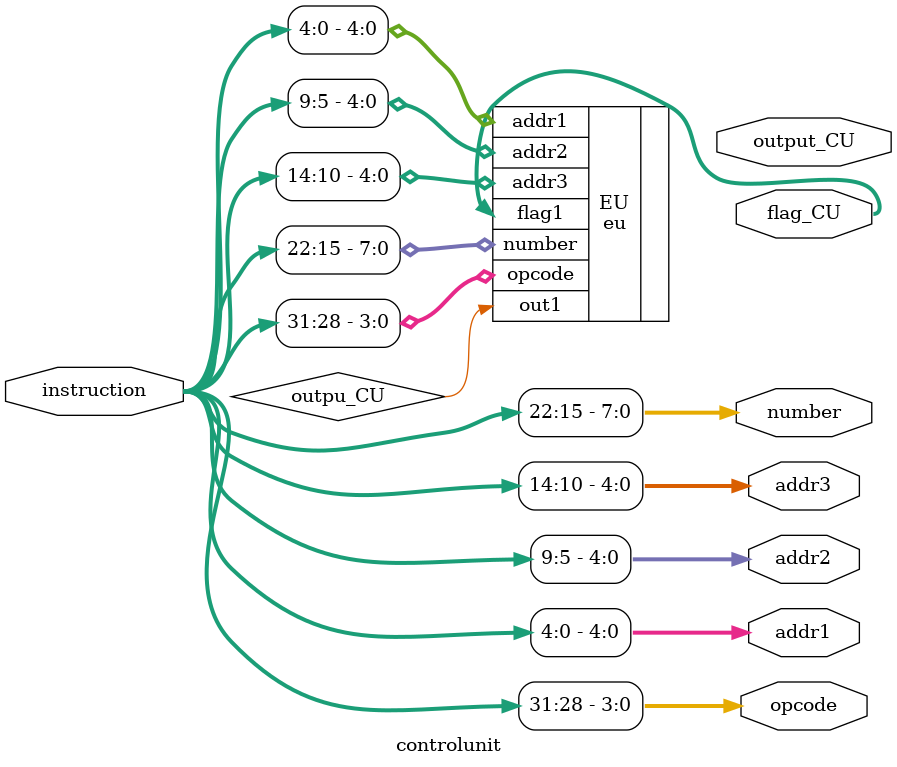
<source format=v>
`timescale 1ns / 1ps


module controlunit(instruction,number,opcode,addr1,addr2,addr3,flag_CU,output_CU);

input [31:0]instruction;
output [3:0] opcode;
output [4:0] addr1;
output [4:0] addr2;
output [4:0] addr3;
output [7:0] number;
output [7:0] output_CU;
output [7:0] flag_CU;


//break the instruction

assign opcode[3:0] = instruction[31:28];
assign number[7:0] = instruction[22:15];
assign addr3[4:0] = instruction[14:10];
assign addr2[4:0] = instruction[9:5];
assign addr1[4:0] = instruction[4:0];

eu EU(.opcode(opcode),.number(number),.flag1(flag_CU),.out1(outpu_CU),.addr1(addr1),.addr2(addr2),.addr3(addr3));

endmodule
</source>
